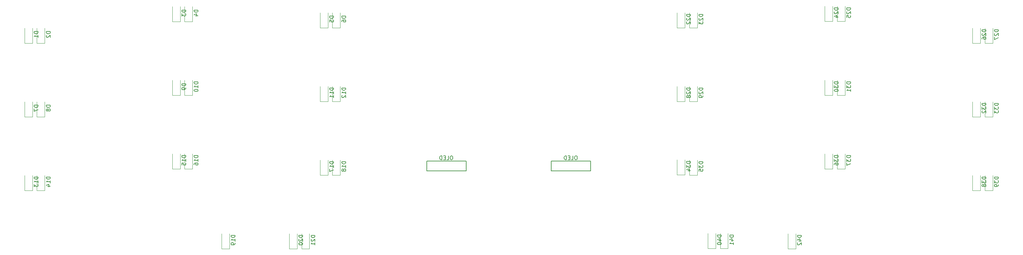
<source format=gbr>
G04 #@! TF.GenerationSoftware,KiCad,Pcbnew,(5.1.4)-1*
G04 #@! TF.CreationDate,2023-05-16T09:56:59-04:00*
G04 #@! TF.ProjectId,Corne Integrated Microchip,436f726e-6520-4496-9e74-656772617465,rev?*
G04 #@! TF.SameCoordinates,Original*
G04 #@! TF.FileFunction,Legend,Bot*
G04 #@! TF.FilePolarity,Positive*
%FSLAX46Y46*%
G04 Gerber Fmt 4.6, Leading zero omitted, Abs format (unit mm)*
G04 Created by KiCad (PCBNEW (5.1.4)-1) date 2023-05-16 09:56:59*
%MOMM*%
%LPD*%
G04 APERTURE LIST*
%ADD10C,0.150000*%
%ADD11C,0.120000*%
G04 APERTURE END LIST*
D10*
X160210500Y-93345000D02*
X160210500Y-90805000D01*
X170370500Y-93345000D02*
X160210500Y-93345000D01*
X170370500Y-90805000D02*
X170370500Y-93345000D01*
X160210500Y-90805000D02*
X170370500Y-90805000D01*
X128111250Y-93345000D02*
X128111250Y-90805000D01*
X138271250Y-93345000D02*
X128111250Y-93345000D01*
X138271250Y-90805000D02*
X138271250Y-93345000D01*
X128111250Y-90805000D02*
X138271250Y-90805000D01*
D11*
X223250000Y-113437500D02*
X223250000Y-109537500D01*
X221250000Y-113437500D02*
X221250000Y-109537500D01*
X223250000Y-113437500D02*
X221250000Y-113437500D01*
X205787500Y-113375000D02*
X205787500Y-109475000D01*
X203787500Y-113375000D02*
X203787500Y-109475000D01*
X205787500Y-113375000D02*
X203787500Y-113375000D01*
X202612500Y-113375000D02*
X202612500Y-109475000D01*
X200612500Y-113375000D02*
X200612500Y-109475000D01*
X202612500Y-113375000D02*
X200612500Y-113375000D01*
X274050000Y-98356250D02*
X274050000Y-94456250D01*
X272050000Y-98356250D02*
X272050000Y-94456250D01*
X274050000Y-98356250D02*
X272050000Y-98356250D01*
X270875000Y-98356250D02*
X270875000Y-94456250D01*
X268875000Y-98356250D02*
X268875000Y-94456250D01*
X270875000Y-98356250D02*
X268875000Y-98356250D01*
X235950000Y-92800000D02*
X235950000Y-88900000D01*
X233950000Y-92800000D02*
X233950000Y-88900000D01*
X235950000Y-92800000D02*
X233950000Y-92800000D01*
X232775000Y-92800000D02*
X232775000Y-88900000D01*
X230775000Y-92800000D02*
X230775000Y-88900000D01*
X232775000Y-92800000D02*
X230775000Y-92800000D01*
X197850000Y-94387500D02*
X197850000Y-90487500D01*
X195850000Y-94387500D02*
X195850000Y-90487500D01*
X197850000Y-94387500D02*
X195850000Y-94387500D01*
X194675000Y-94325000D02*
X194675000Y-90425000D01*
X192675000Y-94325000D02*
X192675000Y-90425000D01*
X194675000Y-94325000D02*
X192675000Y-94325000D01*
X274050000Y-79306250D02*
X274050000Y-75406250D01*
X272050000Y-79306250D02*
X272050000Y-75406250D01*
X274050000Y-79306250D02*
X272050000Y-79306250D01*
X270875000Y-79306250D02*
X270875000Y-75406250D01*
X268875000Y-79306250D02*
X268875000Y-75406250D01*
X270875000Y-79306250D02*
X268875000Y-79306250D01*
X235950000Y-73750000D02*
X235950000Y-69850000D01*
X233950000Y-73750000D02*
X233950000Y-69850000D01*
X235950000Y-73750000D02*
X233950000Y-73750000D01*
X232775000Y-73750000D02*
X232775000Y-69850000D01*
X230775000Y-73750000D02*
X230775000Y-69850000D01*
X232775000Y-73750000D02*
X230775000Y-73750000D01*
X197850000Y-75337500D02*
X197850000Y-71437500D01*
X195850000Y-75337500D02*
X195850000Y-71437500D01*
X197850000Y-75337500D02*
X195850000Y-75337500D01*
X194675000Y-75337500D02*
X194675000Y-71437500D01*
X192675000Y-75337500D02*
X192675000Y-71437500D01*
X194675000Y-75337500D02*
X192675000Y-75337500D01*
X274050000Y-60256250D02*
X274050000Y-56356250D01*
X272050000Y-60256250D02*
X272050000Y-56356250D01*
X274050000Y-60256250D02*
X272050000Y-60256250D01*
X270875000Y-60256250D02*
X270875000Y-56356250D01*
X268875000Y-60256250D02*
X268875000Y-56356250D01*
X270875000Y-60256250D02*
X268875000Y-60256250D01*
X235950000Y-54637500D02*
X235950000Y-50737500D01*
X233950000Y-54637500D02*
X233950000Y-50737500D01*
X235950000Y-54637500D02*
X233950000Y-54637500D01*
X232775000Y-54637500D02*
X232775000Y-50737500D01*
X230775000Y-54637500D02*
X230775000Y-50737500D01*
X232775000Y-54637500D02*
X230775000Y-54637500D01*
X197850000Y-56287500D02*
X197850000Y-52387500D01*
X195850000Y-56287500D02*
X195850000Y-52387500D01*
X197850000Y-56287500D02*
X195850000Y-56287500D01*
X194675000Y-56287500D02*
X194675000Y-52387500D01*
X192675000Y-56287500D02*
X192675000Y-52387500D01*
X194675000Y-56287500D02*
X192675000Y-56287500D01*
X97837500Y-113437500D02*
X97837500Y-109537500D01*
X95837500Y-113437500D02*
X95837500Y-109537500D01*
X97837500Y-113437500D02*
X95837500Y-113437500D01*
X94662500Y-113437500D02*
X94662500Y-109537500D01*
X92662500Y-113437500D02*
X92662500Y-109537500D01*
X94662500Y-113437500D02*
X92662500Y-113437500D01*
X77200000Y-113437500D02*
X77200000Y-109537500D01*
X75200000Y-113437500D02*
X75200000Y-109537500D01*
X77200000Y-113437500D02*
X75200000Y-113437500D01*
X105775000Y-94387500D02*
X105775000Y-90487500D01*
X103775000Y-94387500D02*
X103775000Y-90487500D01*
X105775000Y-94387500D02*
X103775000Y-94387500D01*
X102600000Y-94387500D02*
X102600000Y-90487500D01*
X100600000Y-94387500D02*
X100600000Y-90487500D01*
X102600000Y-94387500D02*
X100600000Y-94387500D01*
X67675000Y-92800000D02*
X67675000Y-88900000D01*
X65675000Y-92800000D02*
X65675000Y-88900000D01*
X67675000Y-92800000D02*
X65675000Y-92800000D01*
X64500000Y-92800000D02*
X64500000Y-88900000D01*
X62500000Y-92800000D02*
X62500000Y-88900000D01*
X64500000Y-92800000D02*
X62500000Y-92800000D01*
X29575000Y-98356250D02*
X29575000Y-94456250D01*
X27575000Y-98356250D02*
X27575000Y-94456250D01*
X29575000Y-98356250D02*
X27575000Y-98356250D01*
X26400000Y-98356250D02*
X26400000Y-94456250D01*
X24400000Y-98356250D02*
X24400000Y-94456250D01*
X26400000Y-98356250D02*
X24400000Y-98356250D01*
X105775000Y-75337500D02*
X105775000Y-71437500D01*
X103775000Y-75337500D02*
X103775000Y-71437500D01*
X105775000Y-75337500D02*
X103775000Y-75337500D01*
X102600000Y-75337500D02*
X102600000Y-71437500D01*
X100600000Y-75337500D02*
X100600000Y-71437500D01*
X102600000Y-75337500D02*
X100600000Y-75337500D01*
X67675000Y-73750000D02*
X67675000Y-69850000D01*
X65675000Y-73750000D02*
X65675000Y-69850000D01*
X67675000Y-73750000D02*
X65675000Y-73750000D01*
X64500000Y-73750000D02*
X64500000Y-69850000D01*
X62500000Y-73750000D02*
X62500000Y-69850000D01*
X64500000Y-73750000D02*
X62500000Y-73750000D01*
X29575000Y-79306250D02*
X29575000Y-75406250D01*
X27575000Y-79306250D02*
X27575000Y-75406250D01*
X29575000Y-79306250D02*
X27575000Y-79306250D01*
X26400000Y-79306250D02*
X26400000Y-75406250D01*
X24400000Y-79306250D02*
X24400000Y-75406250D01*
X26400000Y-79306250D02*
X24400000Y-79306250D01*
X105775000Y-56287500D02*
X105775000Y-52387500D01*
X103775000Y-56287500D02*
X103775000Y-52387500D01*
X105775000Y-56287500D02*
X103775000Y-56287500D01*
X102600000Y-56287500D02*
X102600000Y-52387500D01*
X100600000Y-56287500D02*
X100600000Y-52387500D01*
X102600000Y-56287500D02*
X100600000Y-56287500D01*
X67675000Y-54700000D02*
X67675000Y-50800000D01*
X65675000Y-54700000D02*
X65675000Y-50800000D01*
X67675000Y-54700000D02*
X65675000Y-54700000D01*
X64500000Y-54700000D02*
X64500000Y-50800000D01*
X62500000Y-54700000D02*
X62500000Y-50800000D01*
X64500000Y-54700000D02*
X62500000Y-54700000D01*
X29575000Y-60256250D02*
X29575000Y-56356250D01*
X27575000Y-60256250D02*
X27575000Y-56356250D01*
X29575000Y-60256250D02*
X27575000Y-60256250D01*
X26400000Y-60256250D02*
X26400000Y-56356250D01*
X24400000Y-60256250D02*
X24400000Y-56356250D01*
X26400000Y-60256250D02*
X24400000Y-60256250D01*
D10*
X166682880Y-89427380D02*
X166492404Y-89427380D01*
X166397166Y-89475000D01*
X166301928Y-89570238D01*
X166254309Y-89760714D01*
X166254309Y-90094047D01*
X166301928Y-90284523D01*
X166397166Y-90379761D01*
X166492404Y-90427380D01*
X166682880Y-90427380D01*
X166778119Y-90379761D01*
X166873357Y-90284523D01*
X166920976Y-90094047D01*
X166920976Y-89760714D01*
X166873357Y-89570238D01*
X166778119Y-89475000D01*
X166682880Y-89427380D01*
X165349547Y-90427380D02*
X165825738Y-90427380D01*
X165825738Y-89427380D01*
X165016214Y-89903571D02*
X164682880Y-89903571D01*
X164540023Y-90427380D02*
X165016214Y-90427380D01*
X165016214Y-89427380D01*
X164540023Y-89427380D01*
X164111452Y-90427380D02*
X164111452Y-89427380D01*
X163873357Y-89427380D01*
X163730500Y-89475000D01*
X163635261Y-89570238D01*
X163587642Y-89665476D01*
X163540023Y-89855952D01*
X163540023Y-89998809D01*
X163587642Y-90189285D01*
X163635261Y-90284523D01*
X163730500Y-90379761D01*
X163873357Y-90427380D01*
X164111452Y-90427380D01*
X134583630Y-89427380D02*
X134393154Y-89427380D01*
X134297916Y-89475000D01*
X134202678Y-89570238D01*
X134155059Y-89760714D01*
X134155059Y-90094047D01*
X134202678Y-90284523D01*
X134297916Y-90379761D01*
X134393154Y-90427380D01*
X134583630Y-90427380D01*
X134678869Y-90379761D01*
X134774107Y-90284523D01*
X134821726Y-90094047D01*
X134821726Y-89760714D01*
X134774107Y-89570238D01*
X134678869Y-89475000D01*
X134583630Y-89427380D01*
X133250297Y-90427380D02*
X133726488Y-90427380D01*
X133726488Y-89427380D01*
X132916964Y-89903571D02*
X132583630Y-89903571D01*
X132440773Y-90427380D02*
X132916964Y-90427380D01*
X132916964Y-89427380D01*
X132440773Y-89427380D01*
X132012202Y-90427380D02*
X132012202Y-89427380D01*
X131774107Y-89427380D01*
X131631250Y-89475000D01*
X131536011Y-89570238D01*
X131488392Y-89665476D01*
X131440773Y-89855952D01*
X131440773Y-89998809D01*
X131488392Y-90189285D01*
X131536011Y-90284523D01*
X131631250Y-90379761D01*
X131774107Y-90427380D01*
X132012202Y-90427380D01*
X224702380Y-109973214D02*
X223702380Y-109973214D01*
X223702380Y-110211309D01*
X223750000Y-110354166D01*
X223845238Y-110449404D01*
X223940476Y-110497023D01*
X224130952Y-110544642D01*
X224273809Y-110544642D01*
X224464285Y-110497023D01*
X224559523Y-110449404D01*
X224654761Y-110354166D01*
X224702380Y-110211309D01*
X224702380Y-109973214D01*
X224035714Y-111401785D02*
X224702380Y-111401785D01*
X223654761Y-111163690D02*
X224369047Y-110925595D01*
X224369047Y-111544642D01*
X223797619Y-111877976D02*
X223750000Y-111925595D01*
X223702380Y-112020833D01*
X223702380Y-112258928D01*
X223750000Y-112354166D01*
X223797619Y-112401785D01*
X223892857Y-112449404D01*
X223988095Y-112449404D01*
X224130952Y-112401785D01*
X224702380Y-111830357D01*
X224702380Y-112449404D01*
X207239880Y-109910714D02*
X206239880Y-109910714D01*
X206239880Y-110148809D01*
X206287500Y-110291666D01*
X206382738Y-110386904D01*
X206477976Y-110434523D01*
X206668452Y-110482142D01*
X206811309Y-110482142D01*
X207001785Y-110434523D01*
X207097023Y-110386904D01*
X207192261Y-110291666D01*
X207239880Y-110148809D01*
X207239880Y-109910714D01*
X206573214Y-111339285D02*
X207239880Y-111339285D01*
X206192261Y-111101190D02*
X206906547Y-110863095D01*
X206906547Y-111482142D01*
X207239880Y-112386904D02*
X207239880Y-111815476D01*
X207239880Y-112101190D02*
X206239880Y-112101190D01*
X206382738Y-112005952D01*
X206477976Y-111910714D01*
X206525595Y-111815476D01*
X204064880Y-109910714D02*
X203064880Y-109910714D01*
X203064880Y-110148809D01*
X203112500Y-110291666D01*
X203207738Y-110386904D01*
X203302976Y-110434523D01*
X203493452Y-110482142D01*
X203636309Y-110482142D01*
X203826785Y-110434523D01*
X203922023Y-110386904D01*
X204017261Y-110291666D01*
X204064880Y-110148809D01*
X204064880Y-109910714D01*
X203398214Y-111339285D02*
X204064880Y-111339285D01*
X203017261Y-111101190D02*
X203731547Y-110863095D01*
X203731547Y-111482142D01*
X203064880Y-112053571D02*
X203064880Y-112148809D01*
X203112500Y-112244047D01*
X203160119Y-112291666D01*
X203255357Y-112339285D01*
X203445833Y-112386904D01*
X203683928Y-112386904D01*
X203874404Y-112339285D01*
X203969642Y-112291666D01*
X204017261Y-112244047D01*
X204064880Y-112148809D01*
X204064880Y-112053571D01*
X204017261Y-111958333D01*
X203969642Y-111910714D01*
X203874404Y-111863095D01*
X203683928Y-111815476D01*
X203445833Y-111815476D01*
X203255357Y-111863095D01*
X203160119Y-111910714D01*
X203112500Y-111958333D01*
X203064880Y-112053571D01*
X275502380Y-94891964D02*
X274502380Y-94891964D01*
X274502380Y-95130059D01*
X274550000Y-95272916D01*
X274645238Y-95368154D01*
X274740476Y-95415773D01*
X274930952Y-95463392D01*
X275073809Y-95463392D01*
X275264285Y-95415773D01*
X275359523Y-95368154D01*
X275454761Y-95272916D01*
X275502380Y-95130059D01*
X275502380Y-94891964D01*
X274502380Y-95796726D02*
X274502380Y-96415773D01*
X274883333Y-96082440D01*
X274883333Y-96225297D01*
X274930952Y-96320535D01*
X274978571Y-96368154D01*
X275073809Y-96415773D01*
X275311904Y-96415773D01*
X275407142Y-96368154D01*
X275454761Y-96320535D01*
X275502380Y-96225297D01*
X275502380Y-95939583D01*
X275454761Y-95844345D01*
X275407142Y-95796726D01*
X275502380Y-96891964D02*
X275502380Y-97082440D01*
X275454761Y-97177678D01*
X275407142Y-97225297D01*
X275264285Y-97320535D01*
X275073809Y-97368154D01*
X274692857Y-97368154D01*
X274597619Y-97320535D01*
X274550000Y-97272916D01*
X274502380Y-97177678D01*
X274502380Y-96987202D01*
X274550000Y-96891964D01*
X274597619Y-96844345D01*
X274692857Y-96796726D01*
X274930952Y-96796726D01*
X275026190Y-96844345D01*
X275073809Y-96891964D01*
X275121428Y-96987202D01*
X275121428Y-97177678D01*
X275073809Y-97272916D01*
X275026190Y-97320535D01*
X274930952Y-97368154D01*
X272327380Y-94891964D02*
X271327380Y-94891964D01*
X271327380Y-95130059D01*
X271375000Y-95272916D01*
X271470238Y-95368154D01*
X271565476Y-95415773D01*
X271755952Y-95463392D01*
X271898809Y-95463392D01*
X272089285Y-95415773D01*
X272184523Y-95368154D01*
X272279761Y-95272916D01*
X272327380Y-95130059D01*
X272327380Y-94891964D01*
X271327380Y-95796726D02*
X271327380Y-96415773D01*
X271708333Y-96082440D01*
X271708333Y-96225297D01*
X271755952Y-96320535D01*
X271803571Y-96368154D01*
X271898809Y-96415773D01*
X272136904Y-96415773D01*
X272232142Y-96368154D01*
X272279761Y-96320535D01*
X272327380Y-96225297D01*
X272327380Y-95939583D01*
X272279761Y-95844345D01*
X272232142Y-95796726D01*
X271755952Y-96987202D02*
X271708333Y-96891964D01*
X271660714Y-96844345D01*
X271565476Y-96796726D01*
X271517857Y-96796726D01*
X271422619Y-96844345D01*
X271375000Y-96891964D01*
X271327380Y-96987202D01*
X271327380Y-97177678D01*
X271375000Y-97272916D01*
X271422619Y-97320535D01*
X271517857Y-97368154D01*
X271565476Y-97368154D01*
X271660714Y-97320535D01*
X271708333Y-97272916D01*
X271755952Y-97177678D01*
X271755952Y-96987202D01*
X271803571Y-96891964D01*
X271851190Y-96844345D01*
X271946428Y-96796726D01*
X272136904Y-96796726D01*
X272232142Y-96844345D01*
X272279761Y-96891964D01*
X272327380Y-96987202D01*
X272327380Y-97177678D01*
X272279761Y-97272916D01*
X272232142Y-97320535D01*
X272136904Y-97368154D01*
X271946428Y-97368154D01*
X271851190Y-97320535D01*
X271803571Y-97272916D01*
X271755952Y-97177678D01*
X237402380Y-89335714D02*
X236402380Y-89335714D01*
X236402380Y-89573809D01*
X236450000Y-89716666D01*
X236545238Y-89811904D01*
X236640476Y-89859523D01*
X236830952Y-89907142D01*
X236973809Y-89907142D01*
X237164285Y-89859523D01*
X237259523Y-89811904D01*
X237354761Y-89716666D01*
X237402380Y-89573809D01*
X237402380Y-89335714D01*
X236402380Y-90240476D02*
X236402380Y-90859523D01*
X236783333Y-90526190D01*
X236783333Y-90669047D01*
X236830952Y-90764285D01*
X236878571Y-90811904D01*
X236973809Y-90859523D01*
X237211904Y-90859523D01*
X237307142Y-90811904D01*
X237354761Y-90764285D01*
X237402380Y-90669047D01*
X237402380Y-90383333D01*
X237354761Y-90288095D01*
X237307142Y-90240476D01*
X236402380Y-91192857D02*
X236402380Y-91859523D01*
X237402380Y-91430952D01*
X234227380Y-89335714D02*
X233227380Y-89335714D01*
X233227380Y-89573809D01*
X233275000Y-89716666D01*
X233370238Y-89811904D01*
X233465476Y-89859523D01*
X233655952Y-89907142D01*
X233798809Y-89907142D01*
X233989285Y-89859523D01*
X234084523Y-89811904D01*
X234179761Y-89716666D01*
X234227380Y-89573809D01*
X234227380Y-89335714D01*
X233227380Y-90240476D02*
X233227380Y-90859523D01*
X233608333Y-90526190D01*
X233608333Y-90669047D01*
X233655952Y-90764285D01*
X233703571Y-90811904D01*
X233798809Y-90859523D01*
X234036904Y-90859523D01*
X234132142Y-90811904D01*
X234179761Y-90764285D01*
X234227380Y-90669047D01*
X234227380Y-90383333D01*
X234179761Y-90288095D01*
X234132142Y-90240476D01*
X233227380Y-91716666D02*
X233227380Y-91526190D01*
X233275000Y-91430952D01*
X233322619Y-91383333D01*
X233465476Y-91288095D01*
X233655952Y-91240476D01*
X234036904Y-91240476D01*
X234132142Y-91288095D01*
X234179761Y-91335714D01*
X234227380Y-91430952D01*
X234227380Y-91621428D01*
X234179761Y-91716666D01*
X234132142Y-91764285D01*
X234036904Y-91811904D01*
X233798809Y-91811904D01*
X233703571Y-91764285D01*
X233655952Y-91716666D01*
X233608333Y-91621428D01*
X233608333Y-91430952D01*
X233655952Y-91335714D01*
X233703571Y-91288095D01*
X233798809Y-91240476D01*
X199302380Y-90923214D02*
X198302380Y-90923214D01*
X198302380Y-91161309D01*
X198350000Y-91304166D01*
X198445238Y-91399404D01*
X198540476Y-91447023D01*
X198730952Y-91494642D01*
X198873809Y-91494642D01*
X199064285Y-91447023D01*
X199159523Y-91399404D01*
X199254761Y-91304166D01*
X199302380Y-91161309D01*
X199302380Y-90923214D01*
X198302380Y-91827976D02*
X198302380Y-92447023D01*
X198683333Y-92113690D01*
X198683333Y-92256547D01*
X198730952Y-92351785D01*
X198778571Y-92399404D01*
X198873809Y-92447023D01*
X199111904Y-92447023D01*
X199207142Y-92399404D01*
X199254761Y-92351785D01*
X199302380Y-92256547D01*
X199302380Y-91970833D01*
X199254761Y-91875595D01*
X199207142Y-91827976D01*
X198302380Y-93351785D02*
X198302380Y-92875595D01*
X198778571Y-92827976D01*
X198730952Y-92875595D01*
X198683333Y-92970833D01*
X198683333Y-93208928D01*
X198730952Y-93304166D01*
X198778571Y-93351785D01*
X198873809Y-93399404D01*
X199111904Y-93399404D01*
X199207142Y-93351785D01*
X199254761Y-93304166D01*
X199302380Y-93208928D01*
X199302380Y-92970833D01*
X199254761Y-92875595D01*
X199207142Y-92827976D01*
X196127380Y-90860714D02*
X195127380Y-90860714D01*
X195127380Y-91098809D01*
X195175000Y-91241666D01*
X195270238Y-91336904D01*
X195365476Y-91384523D01*
X195555952Y-91432142D01*
X195698809Y-91432142D01*
X195889285Y-91384523D01*
X195984523Y-91336904D01*
X196079761Y-91241666D01*
X196127380Y-91098809D01*
X196127380Y-90860714D01*
X195127380Y-91765476D02*
X195127380Y-92384523D01*
X195508333Y-92051190D01*
X195508333Y-92194047D01*
X195555952Y-92289285D01*
X195603571Y-92336904D01*
X195698809Y-92384523D01*
X195936904Y-92384523D01*
X196032142Y-92336904D01*
X196079761Y-92289285D01*
X196127380Y-92194047D01*
X196127380Y-91908333D01*
X196079761Y-91813095D01*
X196032142Y-91765476D01*
X195460714Y-93241666D02*
X196127380Y-93241666D01*
X195079761Y-93003571D02*
X195794047Y-92765476D01*
X195794047Y-93384523D01*
X275502380Y-75841964D02*
X274502380Y-75841964D01*
X274502380Y-76080059D01*
X274550000Y-76222916D01*
X274645238Y-76318154D01*
X274740476Y-76365773D01*
X274930952Y-76413392D01*
X275073809Y-76413392D01*
X275264285Y-76365773D01*
X275359523Y-76318154D01*
X275454761Y-76222916D01*
X275502380Y-76080059D01*
X275502380Y-75841964D01*
X274502380Y-76746726D02*
X274502380Y-77365773D01*
X274883333Y-77032440D01*
X274883333Y-77175297D01*
X274930952Y-77270535D01*
X274978571Y-77318154D01*
X275073809Y-77365773D01*
X275311904Y-77365773D01*
X275407142Y-77318154D01*
X275454761Y-77270535D01*
X275502380Y-77175297D01*
X275502380Y-76889583D01*
X275454761Y-76794345D01*
X275407142Y-76746726D01*
X274502380Y-77699107D02*
X274502380Y-78318154D01*
X274883333Y-77984821D01*
X274883333Y-78127678D01*
X274930952Y-78222916D01*
X274978571Y-78270535D01*
X275073809Y-78318154D01*
X275311904Y-78318154D01*
X275407142Y-78270535D01*
X275454761Y-78222916D01*
X275502380Y-78127678D01*
X275502380Y-77841964D01*
X275454761Y-77746726D01*
X275407142Y-77699107D01*
X272327380Y-75841964D02*
X271327380Y-75841964D01*
X271327380Y-76080059D01*
X271375000Y-76222916D01*
X271470238Y-76318154D01*
X271565476Y-76365773D01*
X271755952Y-76413392D01*
X271898809Y-76413392D01*
X272089285Y-76365773D01*
X272184523Y-76318154D01*
X272279761Y-76222916D01*
X272327380Y-76080059D01*
X272327380Y-75841964D01*
X271327380Y-76746726D02*
X271327380Y-77365773D01*
X271708333Y-77032440D01*
X271708333Y-77175297D01*
X271755952Y-77270535D01*
X271803571Y-77318154D01*
X271898809Y-77365773D01*
X272136904Y-77365773D01*
X272232142Y-77318154D01*
X272279761Y-77270535D01*
X272327380Y-77175297D01*
X272327380Y-76889583D01*
X272279761Y-76794345D01*
X272232142Y-76746726D01*
X271422619Y-77746726D02*
X271375000Y-77794345D01*
X271327380Y-77889583D01*
X271327380Y-78127678D01*
X271375000Y-78222916D01*
X271422619Y-78270535D01*
X271517857Y-78318154D01*
X271613095Y-78318154D01*
X271755952Y-78270535D01*
X272327380Y-77699107D01*
X272327380Y-78318154D01*
X237402380Y-70285714D02*
X236402380Y-70285714D01*
X236402380Y-70523809D01*
X236450000Y-70666666D01*
X236545238Y-70761904D01*
X236640476Y-70809523D01*
X236830952Y-70857142D01*
X236973809Y-70857142D01*
X237164285Y-70809523D01*
X237259523Y-70761904D01*
X237354761Y-70666666D01*
X237402380Y-70523809D01*
X237402380Y-70285714D01*
X236402380Y-71190476D02*
X236402380Y-71809523D01*
X236783333Y-71476190D01*
X236783333Y-71619047D01*
X236830952Y-71714285D01*
X236878571Y-71761904D01*
X236973809Y-71809523D01*
X237211904Y-71809523D01*
X237307142Y-71761904D01*
X237354761Y-71714285D01*
X237402380Y-71619047D01*
X237402380Y-71333333D01*
X237354761Y-71238095D01*
X237307142Y-71190476D01*
X237402380Y-72761904D02*
X237402380Y-72190476D01*
X237402380Y-72476190D02*
X236402380Y-72476190D01*
X236545238Y-72380952D01*
X236640476Y-72285714D01*
X236688095Y-72190476D01*
X234227380Y-70285714D02*
X233227380Y-70285714D01*
X233227380Y-70523809D01*
X233275000Y-70666666D01*
X233370238Y-70761904D01*
X233465476Y-70809523D01*
X233655952Y-70857142D01*
X233798809Y-70857142D01*
X233989285Y-70809523D01*
X234084523Y-70761904D01*
X234179761Y-70666666D01*
X234227380Y-70523809D01*
X234227380Y-70285714D01*
X233227380Y-71190476D02*
X233227380Y-71809523D01*
X233608333Y-71476190D01*
X233608333Y-71619047D01*
X233655952Y-71714285D01*
X233703571Y-71761904D01*
X233798809Y-71809523D01*
X234036904Y-71809523D01*
X234132142Y-71761904D01*
X234179761Y-71714285D01*
X234227380Y-71619047D01*
X234227380Y-71333333D01*
X234179761Y-71238095D01*
X234132142Y-71190476D01*
X233227380Y-72428571D02*
X233227380Y-72523809D01*
X233275000Y-72619047D01*
X233322619Y-72666666D01*
X233417857Y-72714285D01*
X233608333Y-72761904D01*
X233846428Y-72761904D01*
X234036904Y-72714285D01*
X234132142Y-72666666D01*
X234179761Y-72619047D01*
X234227380Y-72523809D01*
X234227380Y-72428571D01*
X234179761Y-72333333D01*
X234132142Y-72285714D01*
X234036904Y-72238095D01*
X233846428Y-72190476D01*
X233608333Y-72190476D01*
X233417857Y-72238095D01*
X233322619Y-72285714D01*
X233275000Y-72333333D01*
X233227380Y-72428571D01*
X199302380Y-71873214D02*
X198302380Y-71873214D01*
X198302380Y-72111309D01*
X198350000Y-72254166D01*
X198445238Y-72349404D01*
X198540476Y-72397023D01*
X198730952Y-72444642D01*
X198873809Y-72444642D01*
X199064285Y-72397023D01*
X199159523Y-72349404D01*
X199254761Y-72254166D01*
X199302380Y-72111309D01*
X199302380Y-71873214D01*
X198397619Y-72825595D02*
X198350000Y-72873214D01*
X198302380Y-72968452D01*
X198302380Y-73206547D01*
X198350000Y-73301785D01*
X198397619Y-73349404D01*
X198492857Y-73397023D01*
X198588095Y-73397023D01*
X198730952Y-73349404D01*
X199302380Y-72777976D01*
X199302380Y-73397023D01*
X199302380Y-73873214D02*
X199302380Y-74063690D01*
X199254761Y-74158928D01*
X199207142Y-74206547D01*
X199064285Y-74301785D01*
X198873809Y-74349404D01*
X198492857Y-74349404D01*
X198397619Y-74301785D01*
X198350000Y-74254166D01*
X198302380Y-74158928D01*
X198302380Y-73968452D01*
X198350000Y-73873214D01*
X198397619Y-73825595D01*
X198492857Y-73777976D01*
X198730952Y-73777976D01*
X198826190Y-73825595D01*
X198873809Y-73873214D01*
X198921428Y-73968452D01*
X198921428Y-74158928D01*
X198873809Y-74254166D01*
X198826190Y-74301785D01*
X198730952Y-74349404D01*
X196127380Y-71873214D02*
X195127380Y-71873214D01*
X195127380Y-72111309D01*
X195175000Y-72254166D01*
X195270238Y-72349404D01*
X195365476Y-72397023D01*
X195555952Y-72444642D01*
X195698809Y-72444642D01*
X195889285Y-72397023D01*
X195984523Y-72349404D01*
X196079761Y-72254166D01*
X196127380Y-72111309D01*
X196127380Y-71873214D01*
X195222619Y-72825595D02*
X195175000Y-72873214D01*
X195127380Y-72968452D01*
X195127380Y-73206547D01*
X195175000Y-73301785D01*
X195222619Y-73349404D01*
X195317857Y-73397023D01*
X195413095Y-73397023D01*
X195555952Y-73349404D01*
X196127380Y-72777976D01*
X196127380Y-73397023D01*
X195555952Y-73968452D02*
X195508333Y-73873214D01*
X195460714Y-73825595D01*
X195365476Y-73777976D01*
X195317857Y-73777976D01*
X195222619Y-73825595D01*
X195175000Y-73873214D01*
X195127380Y-73968452D01*
X195127380Y-74158928D01*
X195175000Y-74254166D01*
X195222619Y-74301785D01*
X195317857Y-74349404D01*
X195365476Y-74349404D01*
X195460714Y-74301785D01*
X195508333Y-74254166D01*
X195555952Y-74158928D01*
X195555952Y-73968452D01*
X195603571Y-73873214D01*
X195651190Y-73825595D01*
X195746428Y-73777976D01*
X195936904Y-73777976D01*
X196032142Y-73825595D01*
X196079761Y-73873214D01*
X196127380Y-73968452D01*
X196127380Y-74158928D01*
X196079761Y-74254166D01*
X196032142Y-74301785D01*
X195936904Y-74349404D01*
X195746428Y-74349404D01*
X195651190Y-74301785D01*
X195603571Y-74254166D01*
X195555952Y-74158928D01*
X275502380Y-56791964D02*
X274502380Y-56791964D01*
X274502380Y-57030059D01*
X274550000Y-57172916D01*
X274645238Y-57268154D01*
X274740476Y-57315773D01*
X274930952Y-57363392D01*
X275073809Y-57363392D01*
X275264285Y-57315773D01*
X275359523Y-57268154D01*
X275454761Y-57172916D01*
X275502380Y-57030059D01*
X275502380Y-56791964D01*
X274597619Y-57744345D02*
X274550000Y-57791964D01*
X274502380Y-57887202D01*
X274502380Y-58125297D01*
X274550000Y-58220535D01*
X274597619Y-58268154D01*
X274692857Y-58315773D01*
X274788095Y-58315773D01*
X274930952Y-58268154D01*
X275502380Y-57696726D01*
X275502380Y-58315773D01*
X274502380Y-58649107D02*
X274502380Y-59315773D01*
X275502380Y-58887202D01*
X272327380Y-56791964D02*
X271327380Y-56791964D01*
X271327380Y-57030059D01*
X271375000Y-57172916D01*
X271470238Y-57268154D01*
X271565476Y-57315773D01*
X271755952Y-57363392D01*
X271898809Y-57363392D01*
X272089285Y-57315773D01*
X272184523Y-57268154D01*
X272279761Y-57172916D01*
X272327380Y-57030059D01*
X272327380Y-56791964D01*
X271422619Y-57744345D02*
X271375000Y-57791964D01*
X271327380Y-57887202D01*
X271327380Y-58125297D01*
X271375000Y-58220535D01*
X271422619Y-58268154D01*
X271517857Y-58315773D01*
X271613095Y-58315773D01*
X271755952Y-58268154D01*
X272327380Y-57696726D01*
X272327380Y-58315773D01*
X271327380Y-59172916D02*
X271327380Y-58982440D01*
X271375000Y-58887202D01*
X271422619Y-58839583D01*
X271565476Y-58744345D01*
X271755952Y-58696726D01*
X272136904Y-58696726D01*
X272232142Y-58744345D01*
X272279761Y-58791964D01*
X272327380Y-58887202D01*
X272327380Y-59077678D01*
X272279761Y-59172916D01*
X272232142Y-59220535D01*
X272136904Y-59268154D01*
X271898809Y-59268154D01*
X271803571Y-59220535D01*
X271755952Y-59172916D01*
X271708333Y-59077678D01*
X271708333Y-58887202D01*
X271755952Y-58791964D01*
X271803571Y-58744345D01*
X271898809Y-58696726D01*
X237402380Y-51173214D02*
X236402380Y-51173214D01*
X236402380Y-51411309D01*
X236450000Y-51554166D01*
X236545238Y-51649404D01*
X236640476Y-51697023D01*
X236830952Y-51744642D01*
X236973809Y-51744642D01*
X237164285Y-51697023D01*
X237259523Y-51649404D01*
X237354761Y-51554166D01*
X237402380Y-51411309D01*
X237402380Y-51173214D01*
X236497619Y-52125595D02*
X236450000Y-52173214D01*
X236402380Y-52268452D01*
X236402380Y-52506547D01*
X236450000Y-52601785D01*
X236497619Y-52649404D01*
X236592857Y-52697023D01*
X236688095Y-52697023D01*
X236830952Y-52649404D01*
X237402380Y-52077976D01*
X237402380Y-52697023D01*
X236402380Y-53601785D02*
X236402380Y-53125595D01*
X236878571Y-53077976D01*
X236830952Y-53125595D01*
X236783333Y-53220833D01*
X236783333Y-53458928D01*
X236830952Y-53554166D01*
X236878571Y-53601785D01*
X236973809Y-53649404D01*
X237211904Y-53649404D01*
X237307142Y-53601785D01*
X237354761Y-53554166D01*
X237402380Y-53458928D01*
X237402380Y-53220833D01*
X237354761Y-53125595D01*
X237307142Y-53077976D01*
X234227380Y-51173214D02*
X233227380Y-51173214D01*
X233227380Y-51411309D01*
X233275000Y-51554166D01*
X233370238Y-51649404D01*
X233465476Y-51697023D01*
X233655952Y-51744642D01*
X233798809Y-51744642D01*
X233989285Y-51697023D01*
X234084523Y-51649404D01*
X234179761Y-51554166D01*
X234227380Y-51411309D01*
X234227380Y-51173214D01*
X233322619Y-52125595D02*
X233275000Y-52173214D01*
X233227380Y-52268452D01*
X233227380Y-52506547D01*
X233275000Y-52601785D01*
X233322619Y-52649404D01*
X233417857Y-52697023D01*
X233513095Y-52697023D01*
X233655952Y-52649404D01*
X234227380Y-52077976D01*
X234227380Y-52697023D01*
X233560714Y-53554166D02*
X234227380Y-53554166D01*
X233179761Y-53316071D02*
X233894047Y-53077976D01*
X233894047Y-53697023D01*
X199302380Y-52823214D02*
X198302380Y-52823214D01*
X198302380Y-53061309D01*
X198350000Y-53204166D01*
X198445238Y-53299404D01*
X198540476Y-53347023D01*
X198730952Y-53394642D01*
X198873809Y-53394642D01*
X199064285Y-53347023D01*
X199159523Y-53299404D01*
X199254761Y-53204166D01*
X199302380Y-53061309D01*
X199302380Y-52823214D01*
X198397619Y-53775595D02*
X198350000Y-53823214D01*
X198302380Y-53918452D01*
X198302380Y-54156547D01*
X198350000Y-54251785D01*
X198397619Y-54299404D01*
X198492857Y-54347023D01*
X198588095Y-54347023D01*
X198730952Y-54299404D01*
X199302380Y-53727976D01*
X199302380Y-54347023D01*
X198302380Y-54680357D02*
X198302380Y-55299404D01*
X198683333Y-54966071D01*
X198683333Y-55108928D01*
X198730952Y-55204166D01*
X198778571Y-55251785D01*
X198873809Y-55299404D01*
X199111904Y-55299404D01*
X199207142Y-55251785D01*
X199254761Y-55204166D01*
X199302380Y-55108928D01*
X199302380Y-54823214D01*
X199254761Y-54727976D01*
X199207142Y-54680357D01*
X196127380Y-52823214D02*
X195127380Y-52823214D01*
X195127380Y-53061309D01*
X195175000Y-53204166D01*
X195270238Y-53299404D01*
X195365476Y-53347023D01*
X195555952Y-53394642D01*
X195698809Y-53394642D01*
X195889285Y-53347023D01*
X195984523Y-53299404D01*
X196079761Y-53204166D01*
X196127380Y-53061309D01*
X196127380Y-52823214D01*
X195222619Y-53775595D02*
X195175000Y-53823214D01*
X195127380Y-53918452D01*
X195127380Y-54156547D01*
X195175000Y-54251785D01*
X195222619Y-54299404D01*
X195317857Y-54347023D01*
X195413095Y-54347023D01*
X195555952Y-54299404D01*
X196127380Y-53727976D01*
X196127380Y-54347023D01*
X195222619Y-54727976D02*
X195175000Y-54775595D01*
X195127380Y-54870833D01*
X195127380Y-55108928D01*
X195175000Y-55204166D01*
X195222619Y-55251785D01*
X195317857Y-55299404D01*
X195413095Y-55299404D01*
X195555952Y-55251785D01*
X196127380Y-54680357D01*
X196127380Y-55299404D01*
X99289880Y-109973214D02*
X98289880Y-109973214D01*
X98289880Y-110211309D01*
X98337500Y-110354166D01*
X98432738Y-110449404D01*
X98527976Y-110497023D01*
X98718452Y-110544642D01*
X98861309Y-110544642D01*
X99051785Y-110497023D01*
X99147023Y-110449404D01*
X99242261Y-110354166D01*
X99289880Y-110211309D01*
X99289880Y-109973214D01*
X98385119Y-110925595D02*
X98337500Y-110973214D01*
X98289880Y-111068452D01*
X98289880Y-111306547D01*
X98337500Y-111401785D01*
X98385119Y-111449404D01*
X98480357Y-111497023D01*
X98575595Y-111497023D01*
X98718452Y-111449404D01*
X99289880Y-110877976D01*
X99289880Y-111497023D01*
X99289880Y-112449404D02*
X99289880Y-111877976D01*
X99289880Y-112163690D02*
X98289880Y-112163690D01*
X98432738Y-112068452D01*
X98527976Y-111973214D01*
X98575595Y-111877976D01*
X96114880Y-109973214D02*
X95114880Y-109973214D01*
X95114880Y-110211309D01*
X95162500Y-110354166D01*
X95257738Y-110449404D01*
X95352976Y-110497023D01*
X95543452Y-110544642D01*
X95686309Y-110544642D01*
X95876785Y-110497023D01*
X95972023Y-110449404D01*
X96067261Y-110354166D01*
X96114880Y-110211309D01*
X96114880Y-109973214D01*
X95210119Y-110925595D02*
X95162500Y-110973214D01*
X95114880Y-111068452D01*
X95114880Y-111306547D01*
X95162500Y-111401785D01*
X95210119Y-111449404D01*
X95305357Y-111497023D01*
X95400595Y-111497023D01*
X95543452Y-111449404D01*
X96114880Y-110877976D01*
X96114880Y-111497023D01*
X95114880Y-112116071D02*
X95114880Y-112211309D01*
X95162500Y-112306547D01*
X95210119Y-112354166D01*
X95305357Y-112401785D01*
X95495833Y-112449404D01*
X95733928Y-112449404D01*
X95924404Y-112401785D01*
X96019642Y-112354166D01*
X96067261Y-112306547D01*
X96114880Y-112211309D01*
X96114880Y-112116071D01*
X96067261Y-112020833D01*
X96019642Y-111973214D01*
X95924404Y-111925595D01*
X95733928Y-111877976D01*
X95495833Y-111877976D01*
X95305357Y-111925595D01*
X95210119Y-111973214D01*
X95162500Y-112020833D01*
X95114880Y-112116071D01*
X78652380Y-109973214D02*
X77652380Y-109973214D01*
X77652380Y-110211309D01*
X77700000Y-110354166D01*
X77795238Y-110449404D01*
X77890476Y-110497023D01*
X78080952Y-110544642D01*
X78223809Y-110544642D01*
X78414285Y-110497023D01*
X78509523Y-110449404D01*
X78604761Y-110354166D01*
X78652380Y-110211309D01*
X78652380Y-109973214D01*
X78652380Y-111497023D02*
X78652380Y-110925595D01*
X78652380Y-111211309D02*
X77652380Y-111211309D01*
X77795238Y-111116071D01*
X77890476Y-111020833D01*
X77938095Y-110925595D01*
X78652380Y-111973214D02*
X78652380Y-112163690D01*
X78604761Y-112258928D01*
X78557142Y-112306547D01*
X78414285Y-112401785D01*
X78223809Y-112449404D01*
X77842857Y-112449404D01*
X77747619Y-112401785D01*
X77700000Y-112354166D01*
X77652380Y-112258928D01*
X77652380Y-112068452D01*
X77700000Y-111973214D01*
X77747619Y-111925595D01*
X77842857Y-111877976D01*
X78080952Y-111877976D01*
X78176190Y-111925595D01*
X78223809Y-111973214D01*
X78271428Y-112068452D01*
X78271428Y-112258928D01*
X78223809Y-112354166D01*
X78176190Y-112401785D01*
X78080952Y-112449404D01*
X107227380Y-90923214D02*
X106227380Y-90923214D01*
X106227380Y-91161309D01*
X106275000Y-91304166D01*
X106370238Y-91399404D01*
X106465476Y-91447023D01*
X106655952Y-91494642D01*
X106798809Y-91494642D01*
X106989285Y-91447023D01*
X107084523Y-91399404D01*
X107179761Y-91304166D01*
X107227380Y-91161309D01*
X107227380Y-90923214D01*
X107227380Y-92447023D02*
X107227380Y-91875595D01*
X107227380Y-92161309D02*
X106227380Y-92161309D01*
X106370238Y-92066071D01*
X106465476Y-91970833D01*
X106513095Y-91875595D01*
X106655952Y-93018452D02*
X106608333Y-92923214D01*
X106560714Y-92875595D01*
X106465476Y-92827976D01*
X106417857Y-92827976D01*
X106322619Y-92875595D01*
X106275000Y-92923214D01*
X106227380Y-93018452D01*
X106227380Y-93208928D01*
X106275000Y-93304166D01*
X106322619Y-93351785D01*
X106417857Y-93399404D01*
X106465476Y-93399404D01*
X106560714Y-93351785D01*
X106608333Y-93304166D01*
X106655952Y-93208928D01*
X106655952Y-93018452D01*
X106703571Y-92923214D01*
X106751190Y-92875595D01*
X106846428Y-92827976D01*
X107036904Y-92827976D01*
X107132142Y-92875595D01*
X107179761Y-92923214D01*
X107227380Y-93018452D01*
X107227380Y-93208928D01*
X107179761Y-93304166D01*
X107132142Y-93351785D01*
X107036904Y-93399404D01*
X106846428Y-93399404D01*
X106751190Y-93351785D01*
X106703571Y-93304166D01*
X106655952Y-93208928D01*
X104052380Y-90923214D02*
X103052380Y-90923214D01*
X103052380Y-91161309D01*
X103100000Y-91304166D01*
X103195238Y-91399404D01*
X103290476Y-91447023D01*
X103480952Y-91494642D01*
X103623809Y-91494642D01*
X103814285Y-91447023D01*
X103909523Y-91399404D01*
X104004761Y-91304166D01*
X104052380Y-91161309D01*
X104052380Y-90923214D01*
X104052380Y-92447023D02*
X104052380Y-91875595D01*
X104052380Y-92161309D02*
X103052380Y-92161309D01*
X103195238Y-92066071D01*
X103290476Y-91970833D01*
X103338095Y-91875595D01*
X103052380Y-92780357D02*
X103052380Y-93447023D01*
X104052380Y-93018452D01*
X69127380Y-89335714D02*
X68127380Y-89335714D01*
X68127380Y-89573809D01*
X68175000Y-89716666D01*
X68270238Y-89811904D01*
X68365476Y-89859523D01*
X68555952Y-89907142D01*
X68698809Y-89907142D01*
X68889285Y-89859523D01*
X68984523Y-89811904D01*
X69079761Y-89716666D01*
X69127380Y-89573809D01*
X69127380Y-89335714D01*
X69127380Y-90859523D02*
X69127380Y-90288095D01*
X69127380Y-90573809D02*
X68127380Y-90573809D01*
X68270238Y-90478571D01*
X68365476Y-90383333D01*
X68413095Y-90288095D01*
X68127380Y-91716666D02*
X68127380Y-91526190D01*
X68175000Y-91430952D01*
X68222619Y-91383333D01*
X68365476Y-91288095D01*
X68555952Y-91240476D01*
X68936904Y-91240476D01*
X69032142Y-91288095D01*
X69079761Y-91335714D01*
X69127380Y-91430952D01*
X69127380Y-91621428D01*
X69079761Y-91716666D01*
X69032142Y-91764285D01*
X68936904Y-91811904D01*
X68698809Y-91811904D01*
X68603571Y-91764285D01*
X68555952Y-91716666D01*
X68508333Y-91621428D01*
X68508333Y-91430952D01*
X68555952Y-91335714D01*
X68603571Y-91288095D01*
X68698809Y-91240476D01*
X65952380Y-89335714D02*
X64952380Y-89335714D01*
X64952380Y-89573809D01*
X65000000Y-89716666D01*
X65095238Y-89811904D01*
X65190476Y-89859523D01*
X65380952Y-89907142D01*
X65523809Y-89907142D01*
X65714285Y-89859523D01*
X65809523Y-89811904D01*
X65904761Y-89716666D01*
X65952380Y-89573809D01*
X65952380Y-89335714D01*
X65952380Y-90859523D02*
X65952380Y-90288095D01*
X65952380Y-90573809D02*
X64952380Y-90573809D01*
X65095238Y-90478571D01*
X65190476Y-90383333D01*
X65238095Y-90288095D01*
X64952380Y-91764285D02*
X64952380Y-91288095D01*
X65428571Y-91240476D01*
X65380952Y-91288095D01*
X65333333Y-91383333D01*
X65333333Y-91621428D01*
X65380952Y-91716666D01*
X65428571Y-91764285D01*
X65523809Y-91811904D01*
X65761904Y-91811904D01*
X65857142Y-91764285D01*
X65904761Y-91716666D01*
X65952380Y-91621428D01*
X65952380Y-91383333D01*
X65904761Y-91288095D01*
X65857142Y-91240476D01*
X31027380Y-94891964D02*
X30027380Y-94891964D01*
X30027380Y-95130059D01*
X30075000Y-95272916D01*
X30170238Y-95368154D01*
X30265476Y-95415773D01*
X30455952Y-95463392D01*
X30598809Y-95463392D01*
X30789285Y-95415773D01*
X30884523Y-95368154D01*
X30979761Y-95272916D01*
X31027380Y-95130059D01*
X31027380Y-94891964D01*
X31027380Y-96415773D02*
X31027380Y-95844345D01*
X31027380Y-96130059D02*
X30027380Y-96130059D01*
X30170238Y-96034821D01*
X30265476Y-95939583D01*
X30313095Y-95844345D01*
X30360714Y-97272916D02*
X31027380Y-97272916D01*
X29979761Y-97034821D02*
X30694047Y-96796726D01*
X30694047Y-97415773D01*
X27852380Y-94891964D02*
X26852380Y-94891964D01*
X26852380Y-95130059D01*
X26900000Y-95272916D01*
X26995238Y-95368154D01*
X27090476Y-95415773D01*
X27280952Y-95463392D01*
X27423809Y-95463392D01*
X27614285Y-95415773D01*
X27709523Y-95368154D01*
X27804761Y-95272916D01*
X27852380Y-95130059D01*
X27852380Y-94891964D01*
X27852380Y-96415773D02*
X27852380Y-95844345D01*
X27852380Y-96130059D02*
X26852380Y-96130059D01*
X26995238Y-96034821D01*
X27090476Y-95939583D01*
X27138095Y-95844345D01*
X26852380Y-96749107D02*
X26852380Y-97368154D01*
X27233333Y-97034821D01*
X27233333Y-97177678D01*
X27280952Y-97272916D01*
X27328571Y-97320535D01*
X27423809Y-97368154D01*
X27661904Y-97368154D01*
X27757142Y-97320535D01*
X27804761Y-97272916D01*
X27852380Y-97177678D01*
X27852380Y-96891964D01*
X27804761Y-96796726D01*
X27757142Y-96749107D01*
X107227380Y-71873214D02*
X106227380Y-71873214D01*
X106227380Y-72111309D01*
X106275000Y-72254166D01*
X106370238Y-72349404D01*
X106465476Y-72397023D01*
X106655952Y-72444642D01*
X106798809Y-72444642D01*
X106989285Y-72397023D01*
X107084523Y-72349404D01*
X107179761Y-72254166D01*
X107227380Y-72111309D01*
X107227380Y-71873214D01*
X107227380Y-73397023D02*
X107227380Y-72825595D01*
X107227380Y-73111309D02*
X106227380Y-73111309D01*
X106370238Y-73016071D01*
X106465476Y-72920833D01*
X106513095Y-72825595D01*
X106322619Y-73777976D02*
X106275000Y-73825595D01*
X106227380Y-73920833D01*
X106227380Y-74158928D01*
X106275000Y-74254166D01*
X106322619Y-74301785D01*
X106417857Y-74349404D01*
X106513095Y-74349404D01*
X106655952Y-74301785D01*
X107227380Y-73730357D01*
X107227380Y-74349404D01*
X104052380Y-71873214D02*
X103052380Y-71873214D01*
X103052380Y-72111309D01*
X103100000Y-72254166D01*
X103195238Y-72349404D01*
X103290476Y-72397023D01*
X103480952Y-72444642D01*
X103623809Y-72444642D01*
X103814285Y-72397023D01*
X103909523Y-72349404D01*
X104004761Y-72254166D01*
X104052380Y-72111309D01*
X104052380Y-71873214D01*
X104052380Y-73397023D02*
X104052380Y-72825595D01*
X104052380Y-73111309D02*
X103052380Y-73111309D01*
X103195238Y-73016071D01*
X103290476Y-72920833D01*
X103338095Y-72825595D01*
X104052380Y-74349404D02*
X104052380Y-73777976D01*
X104052380Y-74063690D02*
X103052380Y-74063690D01*
X103195238Y-73968452D01*
X103290476Y-73873214D01*
X103338095Y-73777976D01*
X69127380Y-70285714D02*
X68127380Y-70285714D01*
X68127380Y-70523809D01*
X68175000Y-70666666D01*
X68270238Y-70761904D01*
X68365476Y-70809523D01*
X68555952Y-70857142D01*
X68698809Y-70857142D01*
X68889285Y-70809523D01*
X68984523Y-70761904D01*
X69079761Y-70666666D01*
X69127380Y-70523809D01*
X69127380Y-70285714D01*
X69127380Y-71809523D02*
X69127380Y-71238095D01*
X69127380Y-71523809D02*
X68127380Y-71523809D01*
X68270238Y-71428571D01*
X68365476Y-71333333D01*
X68413095Y-71238095D01*
X68127380Y-72428571D02*
X68127380Y-72523809D01*
X68175000Y-72619047D01*
X68222619Y-72666666D01*
X68317857Y-72714285D01*
X68508333Y-72761904D01*
X68746428Y-72761904D01*
X68936904Y-72714285D01*
X69032142Y-72666666D01*
X69079761Y-72619047D01*
X69127380Y-72523809D01*
X69127380Y-72428571D01*
X69079761Y-72333333D01*
X69032142Y-72285714D01*
X68936904Y-72238095D01*
X68746428Y-72190476D01*
X68508333Y-72190476D01*
X68317857Y-72238095D01*
X68222619Y-72285714D01*
X68175000Y-72333333D01*
X68127380Y-72428571D01*
X65952380Y-70761904D02*
X64952380Y-70761904D01*
X64952380Y-71000000D01*
X65000000Y-71142857D01*
X65095238Y-71238095D01*
X65190476Y-71285714D01*
X65380952Y-71333333D01*
X65523809Y-71333333D01*
X65714285Y-71285714D01*
X65809523Y-71238095D01*
X65904761Y-71142857D01*
X65952380Y-71000000D01*
X65952380Y-70761904D01*
X65952380Y-71809523D02*
X65952380Y-72000000D01*
X65904761Y-72095238D01*
X65857142Y-72142857D01*
X65714285Y-72238095D01*
X65523809Y-72285714D01*
X65142857Y-72285714D01*
X65047619Y-72238095D01*
X65000000Y-72190476D01*
X64952380Y-72095238D01*
X64952380Y-71904761D01*
X65000000Y-71809523D01*
X65047619Y-71761904D01*
X65142857Y-71714285D01*
X65380952Y-71714285D01*
X65476190Y-71761904D01*
X65523809Y-71809523D01*
X65571428Y-71904761D01*
X65571428Y-72095238D01*
X65523809Y-72190476D01*
X65476190Y-72238095D01*
X65380952Y-72285714D01*
X31027380Y-76318154D02*
X30027380Y-76318154D01*
X30027380Y-76556250D01*
X30075000Y-76699107D01*
X30170238Y-76794345D01*
X30265476Y-76841964D01*
X30455952Y-76889583D01*
X30598809Y-76889583D01*
X30789285Y-76841964D01*
X30884523Y-76794345D01*
X30979761Y-76699107D01*
X31027380Y-76556250D01*
X31027380Y-76318154D01*
X30455952Y-77461011D02*
X30408333Y-77365773D01*
X30360714Y-77318154D01*
X30265476Y-77270535D01*
X30217857Y-77270535D01*
X30122619Y-77318154D01*
X30075000Y-77365773D01*
X30027380Y-77461011D01*
X30027380Y-77651488D01*
X30075000Y-77746726D01*
X30122619Y-77794345D01*
X30217857Y-77841964D01*
X30265476Y-77841964D01*
X30360714Y-77794345D01*
X30408333Y-77746726D01*
X30455952Y-77651488D01*
X30455952Y-77461011D01*
X30503571Y-77365773D01*
X30551190Y-77318154D01*
X30646428Y-77270535D01*
X30836904Y-77270535D01*
X30932142Y-77318154D01*
X30979761Y-77365773D01*
X31027380Y-77461011D01*
X31027380Y-77651488D01*
X30979761Y-77746726D01*
X30932142Y-77794345D01*
X30836904Y-77841964D01*
X30646428Y-77841964D01*
X30551190Y-77794345D01*
X30503571Y-77746726D01*
X30455952Y-77651488D01*
X27852380Y-76318154D02*
X26852380Y-76318154D01*
X26852380Y-76556250D01*
X26900000Y-76699107D01*
X26995238Y-76794345D01*
X27090476Y-76841964D01*
X27280952Y-76889583D01*
X27423809Y-76889583D01*
X27614285Y-76841964D01*
X27709523Y-76794345D01*
X27804761Y-76699107D01*
X27852380Y-76556250D01*
X27852380Y-76318154D01*
X26852380Y-77222916D02*
X26852380Y-77889583D01*
X27852380Y-77461011D01*
X107227380Y-53299404D02*
X106227380Y-53299404D01*
X106227380Y-53537500D01*
X106275000Y-53680357D01*
X106370238Y-53775595D01*
X106465476Y-53823214D01*
X106655952Y-53870833D01*
X106798809Y-53870833D01*
X106989285Y-53823214D01*
X107084523Y-53775595D01*
X107179761Y-53680357D01*
X107227380Y-53537500D01*
X107227380Y-53299404D01*
X106227380Y-54727976D02*
X106227380Y-54537500D01*
X106275000Y-54442261D01*
X106322619Y-54394642D01*
X106465476Y-54299404D01*
X106655952Y-54251785D01*
X107036904Y-54251785D01*
X107132142Y-54299404D01*
X107179761Y-54347023D01*
X107227380Y-54442261D01*
X107227380Y-54632738D01*
X107179761Y-54727976D01*
X107132142Y-54775595D01*
X107036904Y-54823214D01*
X106798809Y-54823214D01*
X106703571Y-54775595D01*
X106655952Y-54727976D01*
X106608333Y-54632738D01*
X106608333Y-54442261D01*
X106655952Y-54347023D01*
X106703571Y-54299404D01*
X106798809Y-54251785D01*
X104052380Y-53299404D02*
X103052380Y-53299404D01*
X103052380Y-53537500D01*
X103100000Y-53680357D01*
X103195238Y-53775595D01*
X103290476Y-53823214D01*
X103480952Y-53870833D01*
X103623809Y-53870833D01*
X103814285Y-53823214D01*
X103909523Y-53775595D01*
X104004761Y-53680357D01*
X104052380Y-53537500D01*
X104052380Y-53299404D01*
X103052380Y-54775595D02*
X103052380Y-54299404D01*
X103528571Y-54251785D01*
X103480952Y-54299404D01*
X103433333Y-54394642D01*
X103433333Y-54632738D01*
X103480952Y-54727976D01*
X103528571Y-54775595D01*
X103623809Y-54823214D01*
X103861904Y-54823214D01*
X103957142Y-54775595D01*
X104004761Y-54727976D01*
X104052380Y-54632738D01*
X104052380Y-54394642D01*
X104004761Y-54299404D01*
X103957142Y-54251785D01*
X69127380Y-51711904D02*
X68127380Y-51711904D01*
X68127380Y-51950000D01*
X68175000Y-52092857D01*
X68270238Y-52188095D01*
X68365476Y-52235714D01*
X68555952Y-52283333D01*
X68698809Y-52283333D01*
X68889285Y-52235714D01*
X68984523Y-52188095D01*
X69079761Y-52092857D01*
X69127380Y-51950000D01*
X69127380Y-51711904D01*
X68460714Y-53140476D02*
X69127380Y-53140476D01*
X68079761Y-52902380D02*
X68794047Y-52664285D01*
X68794047Y-53283333D01*
X65952380Y-51711904D02*
X64952380Y-51711904D01*
X64952380Y-51950000D01*
X65000000Y-52092857D01*
X65095238Y-52188095D01*
X65190476Y-52235714D01*
X65380952Y-52283333D01*
X65523809Y-52283333D01*
X65714285Y-52235714D01*
X65809523Y-52188095D01*
X65904761Y-52092857D01*
X65952380Y-51950000D01*
X65952380Y-51711904D01*
X64952380Y-52616666D02*
X64952380Y-53235714D01*
X65333333Y-52902380D01*
X65333333Y-53045238D01*
X65380952Y-53140476D01*
X65428571Y-53188095D01*
X65523809Y-53235714D01*
X65761904Y-53235714D01*
X65857142Y-53188095D01*
X65904761Y-53140476D01*
X65952380Y-53045238D01*
X65952380Y-52759523D01*
X65904761Y-52664285D01*
X65857142Y-52616666D01*
X31027380Y-57268154D02*
X30027380Y-57268154D01*
X30027380Y-57506250D01*
X30075000Y-57649107D01*
X30170238Y-57744345D01*
X30265476Y-57791964D01*
X30455952Y-57839583D01*
X30598809Y-57839583D01*
X30789285Y-57791964D01*
X30884523Y-57744345D01*
X30979761Y-57649107D01*
X31027380Y-57506250D01*
X31027380Y-57268154D01*
X30122619Y-58220535D02*
X30075000Y-58268154D01*
X30027380Y-58363392D01*
X30027380Y-58601488D01*
X30075000Y-58696726D01*
X30122619Y-58744345D01*
X30217857Y-58791964D01*
X30313095Y-58791964D01*
X30455952Y-58744345D01*
X31027380Y-58172916D01*
X31027380Y-58791964D01*
X27852380Y-57268154D02*
X26852380Y-57268154D01*
X26852380Y-57506250D01*
X26900000Y-57649107D01*
X26995238Y-57744345D01*
X27090476Y-57791964D01*
X27280952Y-57839583D01*
X27423809Y-57839583D01*
X27614285Y-57791964D01*
X27709523Y-57744345D01*
X27804761Y-57649107D01*
X27852380Y-57506250D01*
X27852380Y-57268154D01*
X27852380Y-58791964D02*
X27852380Y-58220535D01*
X27852380Y-58506250D02*
X26852380Y-58506250D01*
X26995238Y-58411011D01*
X27090476Y-58315773D01*
X27138095Y-58220535D01*
M02*

</source>
